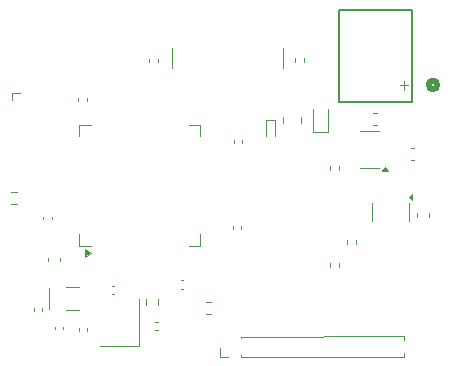
<source format=gbr>
%TF.GenerationSoftware,KiCad,Pcbnew,8.0.3*%
%TF.CreationDate,2024-07-26T16:59:45-04:00*%
%TF.ProjectId,Health_Watch,4865616c-7468-45f5-9761-7463682e6b69,rev?*%
%TF.SameCoordinates,Original*%
%TF.FileFunction,Legend,Top*%
%TF.FilePolarity,Positive*%
%FSLAX46Y46*%
G04 Gerber Fmt 4.6, Leading zero omitted, Abs format (unit mm)*
G04 Created by KiCad (PCBNEW 8.0.3) date 2024-07-26 16:59:45*
%MOMM*%
%LPD*%
G01*
G04 APERTURE LIST*
%ADD10C,0.100000*%
%ADD11C,0.120000*%
%ADD12C,0.152400*%
%ADD13C,0.508000*%
G04 APERTURE END LIST*
D10*
X132891884Y-44982866D02*
X133653789Y-44982866D01*
X133272836Y-45363819D02*
X133272836Y-44601914D01*
D11*
%TO.C,R5*%
X128470000Y-58086359D02*
X128470000Y-58393641D01*
X129230000Y-58086359D02*
X129230000Y-58393641D01*
%TO.C,D2*%
X122350000Y-49300000D02*
X122350000Y-47940000D01*
X122350000Y-47940000D02*
X121550000Y-47940000D01*
X121550000Y-49300000D02*
X121550000Y-47940000D01*
%TO.C,J3*%
X100096000Y-46240000D02*
X100096000Y-45605000D01*
X100096000Y-45605000D02*
X100731000Y-45605000D01*
%TO.C,X2*%
X103250000Y-62150000D02*
X103250000Y-63950000D01*
X104650000Y-62100000D02*
X105750000Y-62100000D01*
X104650000Y-64000000D02*
X105750000Y-64000000D01*
%TO.C,U3*%
X105790000Y-48340000D02*
X106740000Y-48340000D01*
X105790000Y-49290000D02*
X105790000Y-48340000D01*
X105790000Y-57610000D02*
X105790000Y-58560000D01*
X105790000Y-58560000D02*
X106740000Y-58560000D01*
X116010000Y-48340000D02*
X115060000Y-48340000D01*
X116010000Y-49290000D02*
X116010000Y-48340000D01*
X116010000Y-57610000D02*
X116010000Y-58560000D01*
X116010000Y-58560000D02*
X115060000Y-58560000D01*
X106740000Y-59175000D02*
X106270000Y-59515000D01*
X106270000Y-58835000D01*
X106740000Y-59175000D01*
G36*
X106740000Y-59175000D02*
G01*
X106270000Y-59515000D01*
X106270000Y-58835000D01*
X106740000Y-59175000D01*
G37*
%TO.C,C12*%
X108757836Y-61940000D02*
X108542164Y-61940000D01*
X108757836Y-62660000D02*
X108542164Y-62660000D01*
%TO.C,C1*%
X103090000Y-59584420D02*
X103090000Y-59865580D01*
X104110000Y-59584420D02*
X104110000Y-59865580D01*
D12*
%TO.C,J1*%
X127801600Y-38578400D02*
X127801600Y-46427000D01*
X127801600Y-46427000D02*
X133948400Y-46427000D01*
X133948400Y-38578400D02*
X127801600Y-38578400D01*
X133948400Y-46427000D02*
X133948400Y-38578400D01*
D13*
X136107400Y-44950000D02*
G75*
G02*
X135345400Y-44950000I-381000J0D01*
G01*
X135345400Y-44950000D02*
G75*
G02*
X136107400Y-44950000I381000J0D01*
G01*
D11*
%TO.C,R9*%
X111427500Y-63587258D02*
X111427500Y-63112742D01*
X112472500Y-63587258D02*
X112472500Y-63112742D01*
%TO.C,C2*%
X102740000Y-56337836D02*
X102740000Y-56122164D01*
X103460000Y-56337836D02*
X103460000Y-56122164D01*
%TO.C,C7*%
X123065000Y-47688748D02*
X123065000Y-48211252D01*
X124535000Y-47688748D02*
X124535000Y-48211252D01*
%TO.C,R3*%
X124070000Y-42686359D02*
X124070000Y-42993641D01*
X124830000Y-42686359D02*
X124830000Y-42993641D01*
%TO.C,C10*%
X134340000Y-56115580D02*
X134340000Y-55834420D01*
X135360000Y-56115580D02*
X135360000Y-55834420D01*
%TO.C,C8*%
X130965580Y-47290000D02*
X130684420Y-47290000D01*
X130965580Y-48310000D02*
X130684420Y-48310000D01*
%TO.C,C14*%
X103690000Y-65422164D02*
X103690000Y-65637836D01*
X104410000Y-65422164D02*
X104410000Y-65637836D01*
%TO.C,C9*%
X133834420Y-50290000D02*
X134115580Y-50290000D01*
X133834420Y-51310000D02*
X134115580Y-51310000D01*
%TO.C,C11*%
X101940000Y-64087836D02*
X101940000Y-63872164D01*
X102660000Y-64087836D02*
X102660000Y-63872164D01*
%TO.C,C13*%
X112407836Y-64990000D02*
X112192164Y-64990000D01*
X112407836Y-65710000D02*
X112192164Y-65710000D01*
%TO.C,R1*%
X126970000Y-52113641D02*
X126970000Y-51806359D01*
X127730000Y-52113641D02*
X127730000Y-51806359D01*
%TO.C,C5*%
X114587836Y-61490000D02*
X114372164Y-61490000D01*
X114587836Y-62210000D02*
X114372164Y-62210000D01*
%TO.C,R4*%
X100037742Y-53977500D02*
X100512258Y-53977500D01*
X100037742Y-55022500D02*
X100512258Y-55022500D01*
%TO.C,U1*%
X130337500Y-48840000D02*
X129537500Y-48840000D01*
X130337500Y-48840000D02*
X131137500Y-48840000D01*
X130337500Y-51960000D02*
X129537500Y-51960000D01*
X130337500Y-51960000D02*
X131137500Y-51960000D01*
X131877500Y-52240000D02*
X131397500Y-52240000D01*
X131637500Y-51910000D01*
X131877500Y-52240000D01*
G36*
X131877500Y-52240000D02*
G01*
X131397500Y-52240000D01*
X131637500Y-51910000D01*
X131877500Y-52240000D01*
G37*
%TO.C,U2*%
X130590000Y-55712500D02*
X130590000Y-54912500D01*
X130590000Y-55712500D02*
X130590000Y-56512500D01*
X133710000Y-55712500D02*
X133710000Y-54912500D01*
X133710000Y-55712500D02*
X133710000Y-56512500D01*
X133990000Y-54652500D02*
X133660000Y-54412500D01*
X133990000Y-54172500D01*
X133990000Y-54652500D01*
G36*
X133990000Y-54652500D02*
G01*
X133660000Y-54412500D01*
X133990000Y-54172500D01*
X133990000Y-54652500D01*
G37*
%TO.C,X1*%
X107500000Y-67050000D02*
X110800000Y-67050000D01*
X110800000Y-67050000D02*
X110800000Y-63050000D01*
%TO.C,D1*%
X125600000Y-47000000D02*
X125600000Y-48960000D01*
X125600000Y-48960000D02*
X126800000Y-48960000D01*
X126800000Y-47000000D02*
X126800000Y-48960000D01*
%TO.C,J2*%
X113650000Y-41850000D02*
X113650000Y-43550000D01*
X122990000Y-41850000D02*
X122990000Y-43550000D01*
%TO.C,C4*%
X118840000Y-49612164D02*
X118840000Y-49827836D01*
X119560000Y-49612164D02*
X119560000Y-49827836D01*
%TO.C,J4*%
X117657500Y-67950000D02*
X117657500Y-67255000D01*
X118342500Y-67950000D02*
X117657500Y-67950000D01*
X119450000Y-66300000D02*
X133300000Y-66250000D01*
X119450000Y-66386724D02*
X119450000Y-66300000D01*
X119450000Y-67936724D02*
X119450000Y-67850000D01*
X119450000Y-67950000D02*
X133300000Y-67950000D01*
X133300000Y-66550254D02*
X133300000Y-66249747D01*
X133300000Y-67950253D02*
X133300000Y-67649746D01*
%TO.C,C15*%
X105740000Y-65572164D02*
X105740000Y-65787836D01*
X106460000Y-65572164D02*
X106460000Y-65787836D01*
%TO.C,R6*%
X127020000Y-60056359D02*
X127020000Y-60363641D01*
X127780000Y-60056359D02*
X127780000Y-60363641D01*
%TO.C,R2*%
X111720000Y-42736359D02*
X111720000Y-43043641D01*
X112480000Y-42736359D02*
X112480000Y-43043641D01*
%TO.C,C3*%
X118790000Y-56912164D02*
X118790000Y-57127836D01*
X119510000Y-56912164D02*
X119510000Y-57127836D01*
%TO.C,R7*%
X116962258Y-63327500D02*
X116487742Y-63327500D01*
X116962258Y-64372500D02*
X116487742Y-64372500D01*
%TO.C,C6*%
X105690000Y-46287836D02*
X105690000Y-46072164D01*
X106410000Y-46287836D02*
X106410000Y-46072164D01*
%TD*%
M02*

</source>
